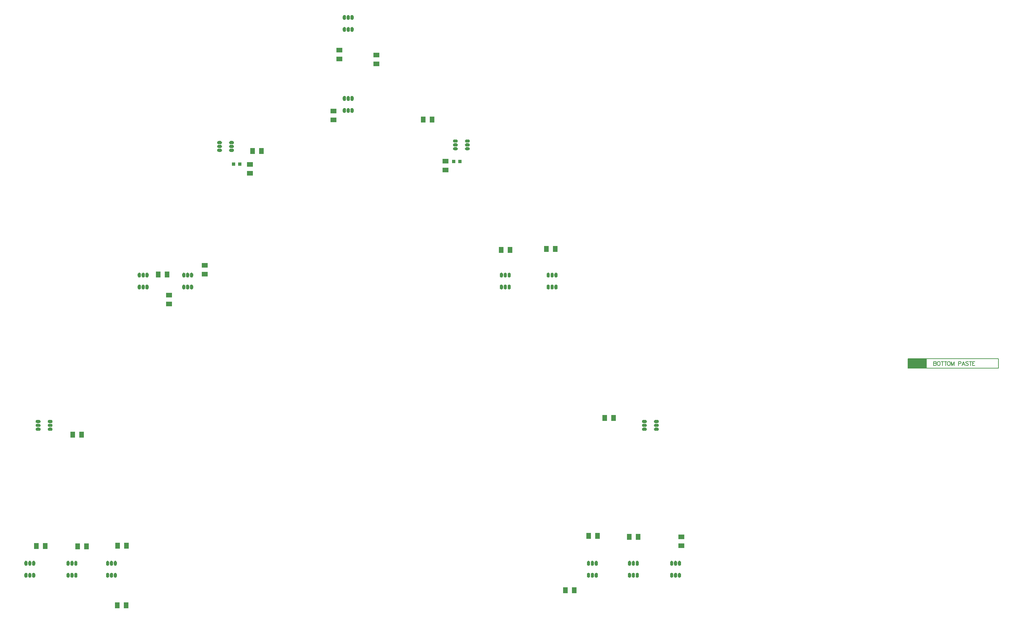
<source format=gbp>
G04 Layer_Color=128*
%FSLAX44Y44*%
%MOMM*%
G71*
G01*
G75*
%ADD10R,1.2700X1.5240*%
%ADD34R,1.5240X1.2700*%
%ADD44C,0.1270*%
%ADD54R,4.8260X2.4130*%
%ADD80R,0.8600X0.9100*%
G36*
X2342561Y1229518D02*
X2343884Y1228634D01*
X2344768Y1227311D01*
X2345078Y1225750D01*
Y1221250D01*
X2344768Y1219689D01*
X2343884Y1218366D01*
X2342561Y1217482D01*
X2341000Y1217172D01*
X2339439Y1217482D01*
X2338116Y1218366D01*
X2337232Y1219689D01*
X2336922Y1221250D01*
Y1225750D01*
X2337232Y1227311D01*
X2338116Y1228634D01*
X2339439Y1229518D01*
X2341000Y1229828D01*
X2342561Y1229518D01*
D02*
G37*
G36*
X2332561D02*
X2333884Y1228634D01*
X2334768Y1227311D01*
X2335078Y1225750D01*
Y1221250D01*
X2334768Y1219689D01*
X2333884Y1218366D01*
X2332561Y1217482D01*
X2331000Y1217172D01*
X2329439Y1217482D01*
X2328116Y1218366D01*
X2327232Y1219689D01*
X2326922Y1221250D01*
Y1225750D01*
X2327232Y1227311D01*
X2328116Y1228634D01*
X2329439Y1229518D01*
X2331000Y1229828D01*
X2332561Y1229518D01*
D02*
G37*
G36*
X2322561D02*
X2323884Y1228634D01*
X2324768Y1227311D01*
X2325078Y1225750D01*
Y1221250D01*
X2324768Y1219689D01*
X2323884Y1218366D01*
X2322561Y1217482D01*
X2321000Y1217172D01*
X2319439Y1217482D01*
X2318116Y1218366D01*
X2317232Y1219689D01*
X2316922Y1221250D01*
Y1225750D01*
X2317232Y1227311D01*
X2318116Y1228634D01*
X2319439Y1229518D01*
X2321000Y1229828D01*
X2322561Y1229518D01*
D02*
G37*
G36*
X673561Y1229518D02*
X674884Y1228634D01*
X675768Y1227311D01*
X676078Y1225750D01*
Y1221250D01*
X675768Y1219689D01*
X674884Y1218366D01*
X673561Y1217482D01*
X672000Y1217172D01*
X670439Y1217482D01*
X669116Y1218366D01*
X668232Y1219689D01*
X667922Y1221250D01*
Y1225750D01*
X668232Y1227311D01*
X669116Y1228634D01*
X670439Y1229518D01*
X672000Y1229828D01*
X673561Y1229518D01*
D02*
G37*
G36*
X663561D02*
X664884Y1228634D01*
X665768Y1227311D01*
X666078Y1225750D01*
Y1221250D01*
X665768Y1219689D01*
X664884Y1218366D01*
X663561Y1217482D01*
X662000Y1217172D01*
X660439Y1217482D01*
X659116Y1218366D01*
X658232Y1219689D01*
X657922Y1221250D01*
Y1225750D01*
X658232Y1227311D01*
X659116Y1228634D01*
X660439Y1229518D01*
X662000Y1229828D01*
X663561Y1229518D01*
D02*
G37*
G36*
X653561D02*
X654884Y1228634D01*
X655768Y1227311D01*
X656078Y1225750D01*
Y1221250D01*
X655768Y1219689D01*
X654884Y1218366D01*
X653561Y1217482D01*
X652000Y1217172D01*
X650439Y1217482D01*
X649116Y1218366D01*
X648232Y1219689D01*
X647922Y1221250D01*
Y1225750D01*
X648232Y1227311D01*
X649116Y1228634D01*
X650439Y1229518D01*
X652000Y1229828D01*
X653561Y1229518D01*
D02*
G37*
G36*
X2127561Y1229518D02*
X2128884Y1228634D01*
X2129768Y1227311D01*
X2130078Y1225750D01*
Y1221250D01*
X2129768Y1219689D01*
X2128884Y1218366D01*
X2127561Y1217482D01*
X2126000Y1217172D01*
X2124439Y1217482D01*
X2123116Y1218366D01*
X2122232Y1219689D01*
X2121922Y1221250D01*
Y1225750D01*
X2122232Y1227311D01*
X2123116Y1228634D01*
X2124439Y1229518D01*
X2126000Y1229828D01*
X2127561Y1229518D01*
D02*
G37*
G36*
X2117561D02*
X2118884Y1228634D01*
X2119768Y1227311D01*
X2120078Y1225750D01*
Y1221250D01*
X2119768Y1219689D01*
X2118884Y1218366D01*
X2117561Y1217482D01*
X2116000Y1217172D01*
X2114439Y1217482D01*
X2113116Y1218366D01*
X2112232Y1219689D01*
X2111922Y1221250D01*
Y1225750D01*
X2112232Y1227311D01*
X2113116Y1228634D01*
X2114439Y1229518D01*
X2116000Y1229828D01*
X2117561Y1229518D01*
D02*
G37*
G36*
X2107561D02*
X2108884Y1228634D01*
X2109768Y1227311D01*
X2110078Y1225750D01*
Y1221250D01*
X2109768Y1219689D01*
X2108884Y1218366D01*
X2107561Y1217482D01*
X2106000Y1217172D01*
X2104439Y1217482D01*
X2103116Y1218366D01*
X2102232Y1219689D01*
X2101922Y1221250D01*
Y1225750D01*
X2102232Y1227311D01*
X2103116Y1228634D01*
X2104439Y1229518D01*
X2106000Y1229828D01*
X2107561Y1229518D01*
D02*
G37*
G36*
X2233561D02*
X2234884Y1228634D01*
X2235768Y1227311D01*
X2236078Y1225750D01*
Y1221250D01*
X2235768Y1219689D01*
X2234884Y1218366D01*
X2233561Y1217482D01*
X2232000Y1217172D01*
X2230439Y1217482D01*
X2229116Y1218366D01*
X2228232Y1219689D01*
X2227922Y1221250D01*
Y1225750D01*
X2228232Y1227311D01*
X2229116Y1228634D01*
X2230439Y1229518D01*
X2232000Y1229828D01*
X2233561Y1229518D01*
D02*
G37*
G36*
X2223561D02*
X2224884Y1228634D01*
X2225768Y1227311D01*
X2226078Y1225750D01*
Y1221250D01*
X2225768Y1219689D01*
X2224884Y1218366D01*
X2223561Y1217482D01*
X2222000Y1217172D01*
X2220439Y1217482D01*
X2219116Y1218366D01*
X2218232Y1219689D01*
X2217922Y1221250D01*
Y1225750D01*
X2218232Y1227311D01*
X2219116Y1228634D01*
X2220439Y1229518D01*
X2222000Y1229828D01*
X2223561Y1229518D01*
D02*
G37*
G36*
X2213561D02*
X2214884Y1228634D01*
X2215768Y1227311D01*
X2216078Y1225750D01*
Y1221250D01*
X2215768Y1219689D01*
X2214884Y1218366D01*
X2213561Y1217482D01*
X2212000Y1217172D01*
X2210439Y1217482D01*
X2209116Y1218366D01*
X2208232Y1219689D01*
X2207922Y1221250D01*
Y1225750D01*
X2208232Y1227311D01*
X2209116Y1228634D01*
X2210439Y1229518D01*
X2212000Y1229828D01*
X2213561Y1229518D01*
D02*
G37*
G36*
X687311Y1593768D02*
X688634Y1592884D01*
X689518Y1591561D01*
X689828Y1590000D01*
X689518Y1588439D01*
X688634Y1587116D01*
X687311Y1586232D01*
X685750Y1585922D01*
X681250D01*
X679689Y1586232D01*
X678366Y1587116D01*
X677482Y1588439D01*
X677172Y1590000D01*
X677482Y1591561D01*
X678366Y1592884D01*
X679689Y1593768D01*
X681250Y1594078D01*
X685750D01*
X687311Y1593768D01*
D02*
G37*
G36*
X2285311Y1583768D02*
X2286634Y1582884D01*
X2287518Y1581561D01*
X2287828Y1580000D01*
X2287518Y1578439D01*
X2286634Y1577116D01*
X2285311Y1576232D01*
X2283750Y1575922D01*
X2279250D01*
X2277689Y1576232D01*
X2276366Y1577116D01*
X2275482Y1578439D01*
X2275172Y1580000D01*
X2275482Y1581561D01*
X2276366Y1582884D01*
X2277689Y1583768D01*
X2279250Y1584078D01*
X2283750D01*
X2285311Y1583768D01*
D02*
G37*
G36*
X2254311D02*
X2255634Y1582884D01*
X2256518Y1581561D01*
X2256828Y1580000D01*
X2256518Y1578439D01*
X2255634Y1577116D01*
X2254311Y1576232D01*
X2252750Y1575922D01*
X2248250D01*
X2246689Y1576232D01*
X2245366Y1577116D01*
X2244482Y1578439D01*
X2244172Y1580000D01*
X2244482Y1581561D01*
X2245366Y1582884D01*
X2246689Y1583768D01*
X2248250Y1584078D01*
X2252750D01*
X2254311Y1583768D01*
D02*
G37*
G36*
X2285311Y1593768D02*
X2286634Y1592884D01*
X2287518Y1591561D01*
X2287828Y1590000D01*
X2287518Y1588439D01*
X2286634Y1587116D01*
X2285311Y1586232D01*
X2283750Y1585922D01*
X2279250D01*
X2277689Y1586232D01*
X2276366Y1587116D01*
X2275482Y1588439D01*
X2275172Y1590000D01*
X2275482Y1591561D01*
X2276366Y1592884D01*
X2277689Y1593768D01*
X2279250Y1594078D01*
X2283750D01*
X2285311Y1593768D01*
D02*
G37*
G36*
X2254311D02*
X2255634Y1592884D01*
X2256518Y1591561D01*
X2256828Y1590000D01*
X2256518Y1588439D01*
X2255634Y1587116D01*
X2254311Y1586232D01*
X2252750Y1585922D01*
X2248250D01*
X2246689Y1586232D01*
X2245366Y1587116D01*
X2244482Y1588439D01*
X2244172Y1590000D01*
X2244482Y1591561D01*
X2245366Y1592884D01*
X2246689Y1593768D01*
X2248250Y1594078D01*
X2252750D01*
X2254311Y1593768D01*
D02*
G37*
G36*
X718311Y1593768D02*
X719634Y1592884D01*
X720518Y1591561D01*
X720828Y1590000D01*
X720518Y1588439D01*
X719634Y1587116D01*
X718311Y1586232D01*
X716750Y1585922D01*
X712250D01*
X710689Y1586232D01*
X709366Y1587116D01*
X708482Y1588439D01*
X708172Y1590000D01*
X708482Y1591561D01*
X709366Y1592884D01*
X710689Y1593768D01*
X712250Y1594078D01*
X716750D01*
X718311Y1593768D01*
D02*
G37*
G36*
X2254311Y1573768D02*
X2255634Y1572884D01*
X2256518Y1571561D01*
X2256828Y1570000D01*
X2256518Y1568439D01*
X2255634Y1567116D01*
X2254311Y1566232D01*
X2252750Y1565922D01*
X2248250D01*
X2246689Y1566232D01*
X2245366Y1567116D01*
X2244482Y1568439D01*
X2244172Y1570000D01*
X2244482Y1571561D01*
X2245366Y1572884D01*
X2246689Y1573768D01*
X2248250Y1574078D01*
X2252750D01*
X2254311Y1573768D01*
D02*
G37*
G36*
X718311Y1573768D02*
X719634Y1572884D01*
X720518Y1571561D01*
X720828Y1570000D01*
X720518Y1568439D01*
X719634Y1567116D01*
X718311Y1566232D01*
X716750Y1565922D01*
X712250D01*
X710689Y1566232D01*
X709366Y1567116D01*
X708482Y1568439D01*
X708172Y1570000D01*
X708482Y1571561D01*
X709366Y1572884D01*
X710689Y1573768D01*
X712250Y1574078D01*
X716750D01*
X718311Y1573768D01*
D02*
G37*
G36*
X687311D02*
X688634Y1572884D01*
X689518Y1571561D01*
X689828Y1570000D01*
X689518Y1568439D01*
X688634Y1567116D01*
X687311Y1566232D01*
X685750Y1565922D01*
X681250D01*
X679689Y1566232D01*
X678366Y1567116D01*
X677482Y1568439D01*
X677172Y1570000D01*
X677482Y1571561D01*
X678366Y1572884D01*
X679689Y1573768D01*
X681250Y1574078D01*
X685750D01*
X687311Y1573768D01*
D02*
G37*
G36*
X718311Y1583768D02*
X719634Y1582884D01*
X720518Y1581561D01*
X720828Y1580000D01*
X720518Y1578439D01*
X719634Y1577116D01*
X718311Y1576232D01*
X716750Y1575922D01*
X712250D01*
X710689Y1576232D01*
X709366Y1577116D01*
X708482Y1578439D01*
X708172Y1580000D01*
X708482Y1581561D01*
X709366Y1582884D01*
X710689Y1583768D01*
X712250Y1584078D01*
X716750D01*
X718311Y1583768D01*
D02*
G37*
G36*
X687311D02*
X688634Y1582884D01*
X689518Y1581561D01*
X689828Y1580000D01*
X689518Y1578439D01*
X688634Y1577116D01*
X687311Y1576232D01*
X685750Y1575922D01*
X681250D01*
X679689Y1576232D01*
X678366Y1577116D01*
X677482Y1578439D01*
X677172Y1580000D01*
X677482Y1581561D01*
X678366Y1582884D01*
X679689Y1583768D01*
X681250Y1584078D01*
X685750D01*
X687311Y1583768D01*
D02*
G37*
G36*
X2285311Y1573768D02*
X2286634Y1572884D01*
X2287518Y1571561D01*
X2287828Y1570000D01*
X2287518Y1568439D01*
X2286634Y1567116D01*
X2285311Y1566232D01*
X2283750Y1565922D01*
X2279250D01*
X2277689Y1566232D01*
X2276366Y1567116D01*
X2275482Y1568439D01*
X2275172Y1570000D01*
X2275482Y1571561D01*
X2276366Y1572884D01*
X2277689Y1573768D01*
X2279250Y1574078D01*
X2283750D01*
X2285311Y1573768D01*
D02*
G37*
G36*
X2127561Y1198518D02*
X2128884Y1197634D01*
X2129768Y1196311D01*
X2130078Y1194750D01*
Y1190250D01*
X2129768Y1188689D01*
X2128884Y1187366D01*
X2127561Y1186482D01*
X2126000Y1186172D01*
X2124439Y1186482D01*
X2123116Y1187366D01*
X2122232Y1188689D01*
X2121922Y1190250D01*
Y1194750D01*
X2122232Y1196311D01*
X2123116Y1197634D01*
X2124439Y1198518D01*
X2126000Y1198828D01*
X2127561Y1198518D01*
D02*
G37*
G36*
X2117561D02*
X2118884Y1197634D01*
X2119768Y1196311D01*
X2120078Y1194750D01*
Y1190250D01*
X2119768Y1188689D01*
X2118884Y1187366D01*
X2117561Y1186482D01*
X2116000Y1186172D01*
X2114439Y1186482D01*
X2113116Y1187366D01*
X2112232Y1188689D01*
X2111922Y1190250D01*
Y1194750D01*
X2112232Y1196311D01*
X2113116Y1197634D01*
X2114439Y1198518D01*
X2116000Y1198828D01*
X2117561Y1198518D01*
D02*
G37*
G36*
X2107561D02*
X2108884Y1197634D01*
X2109768Y1196311D01*
X2110078Y1194750D01*
Y1190250D01*
X2109768Y1188689D01*
X2108884Y1187366D01*
X2107561Y1186482D01*
X2106000Y1186172D01*
X2104439Y1186482D01*
X2103116Y1187366D01*
X2102232Y1188689D01*
X2101922Y1190250D01*
Y1194750D01*
X2102232Y1196311D01*
X2103116Y1197634D01*
X2104439Y1198518D01*
X2106000Y1198828D01*
X2107561Y1198518D01*
D02*
G37*
G36*
X2233561D02*
X2234884Y1197634D01*
X2235768Y1196311D01*
X2236078Y1194750D01*
Y1190250D01*
X2235768Y1188689D01*
X2234884Y1187366D01*
X2233561Y1186482D01*
X2232000Y1186172D01*
X2230439Y1186482D01*
X2229116Y1187366D01*
X2228232Y1188689D01*
X2227922Y1190250D01*
Y1194750D01*
X2228232Y1196311D01*
X2229116Y1197634D01*
X2230439Y1198518D01*
X2232000Y1198828D01*
X2233561Y1198518D01*
D02*
G37*
G36*
X2223561D02*
X2224884Y1197634D01*
X2225768Y1196311D01*
X2226078Y1194750D01*
Y1190250D01*
X2225768Y1188689D01*
X2224884Y1187366D01*
X2223561Y1186482D01*
X2222000Y1186172D01*
X2220439Y1186482D01*
X2219116Y1187366D01*
X2218232Y1188689D01*
X2217922Y1190250D01*
Y1194750D01*
X2218232Y1196311D01*
X2219116Y1197634D01*
X2220439Y1198518D01*
X2222000Y1198828D01*
X2223561Y1198518D01*
D02*
G37*
G36*
X2213561D02*
X2214884Y1197634D01*
X2215768Y1196311D01*
X2216078Y1194750D01*
Y1190250D01*
X2215768Y1188689D01*
X2214884Y1187366D01*
X2213561Y1186482D01*
X2212000Y1186172D01*
X2210439Y1186482D01*
X2209116Y1187366D01*
X2208232Y1188689D01*
X2207922Y1190250D01*
Y1194750D01*
X2208232Y1196311D01*
X2209116Y1197634D01*
X2210439Y1198518D01*
X2212000Y1198828D01*
X2213561Y1198518D01*
D02*
G37*
G36*
X782561D02*
X783884Y1197634D01*
X784768Y1196311D01*
X785078Y1194750D01*
Y1190250D01*
X784768Y1188689D01*
X783884Y1187366D01*
X782561Y1186482D01*
X781000Y1186172D01*
X779439Y1186482D01*
X778116Y1187366D01*
X777232Y1188689D01*
X776922Y1190250D01*
Y1194750D01*
X777232Y1196311D01*
X778116Y1197634D01*
X779439Y1198518D01*
X781000Y1198828D01*
X782561Y1198518D01*
D02*
G37*
G36*
X772561D02*
X773884Y1197634D01*
X774768Y1196311D01*
X775078Y1194750D01*
Y1190250D01*
X774768Y1188689D01*
X773884Y1187366D01*
X772561Y1186482D01*
X771000Y1186172D01*
X769439Y1186482D01*
X768116Y1187366D01*
X767232Y1188689D01*
X766922Y1190250D01*
Y1194750D01*
X767232Y1196311D01*
X768116Y1197634D01*
X769439Y1198518D01*
X771000Y1198828D01*
X772561Y1198518D01*
D02*
G37*
G36*
X762561D02*
X763884Y1197634D01*
X764768Y1196311D01*
X765078Y1194750D01*
Y1190250D01*
X764768Y1188689D01*
X763884Y1187366D01*
X762561Y1186482D01*
X761000Y1186172D01*
X759439Y1186482D01*
X758116Y1187366D01*
X757232Y1188689D01*
X756922Y1190250D01*
Y1194750D01*
X757232Y1196311D01*
X758116Y1197634D01*
X759439Y1198518D01*
X761000Y1198828D01*
X762561Y1198518D01*
D02*
G37*
G36*
X884561D02*
X885884Y1197634D01*
X886768Y1196311D01*
X887078Y1194750D01*
Y1190250D01*
X886768Y1188689D01*
X885884Y1187366D01*
X884561Y1186482D01*
X883000Y1186172D01*
X881439Y1186482D01*
X880116Y1187366D01*
X879232Y1188689D01*
X878922Y1190250D01*
Y1194750D01*
X879232Y1196311D01*
X880116Y1197634D01*
X881439Y1198518D01*
X883000Y1198828D01*
X884561Y1198518D01*
D02*
G37*
G36*
X874561D02*
X875884Y1197634D01*
X876768Y1196311D01*
X877078Y1194750D01*
Y1190250D01*
X876768Y1188689D01*
X875884Y1187366D01*
X874561Y1186482D01*
X873000Y1186172D01*
X871439Y1186482D01*
X870116Y1187366D01*
X869232Y1188689D01*
X868922Y1190250D01*
Y1194750D01*
X869232Y1196311D01*
X870116Y1197634D01*
X871439Y1198518D01*
X873000Y1198828D01*
X874561Y1198518D01*
D02*
G37*
G36*
X864561D02*
X865884Y1197634D01*
X866768Y1196311D01*
X867078Y1194750D01*
Y1190250D01*
X866768Y1188689D01*
X865884Y1187366D01*
X864561Y1186482D01*
X863000Y1186172D01*
X861439Y1186482D01*
X860116Y1187366D01*
X859232Y1188689D01*
X858922Y1190250D01*
Y1194750D01*
X859232Y1196311D01*
X860116Y1197634D01*
X861439Y1198518D01*
X863000Y1198828D01*
X864561Y1198518D01*
D02*
G37*
G36*
X782561Y1229518D02*
X783884Y1228634D01*
X784768Y1227311D01*
X785078Y1225750D01*
Y1221250D01*
X784768Y1219689D01*
X783884Y1218366D01*
X782561Y1217482D01*
X781000Y1217172D01*
X779439Y1217482D01*
X778116Y1218366D01*
X777232Y1219689D01*
X776922Y1221250D01*
Y1225750D01*
X777232Y1227311D01*
X778116Y1228634D01*
X779439Y1229518D01*
X781000Y1229828D01*
X782561Y1229518D01*
D02*
G37*
G36*
X772561D02*
X773884Y1228634D01*
X774768Y1227311D01*
X775078Y1225750D01*
Y1221250D01*
X774768Y1219689D01*
X773884Y1218366D01*
X772561Y1217482D01*
X771000Y1217172D01*
X769439Y1217482D01*
X768116Y1218366D01*
X767232Y1219689D01*
X766922Y1221250D01*
Y1225750D01*
X767232Y1227311D01*
X768116Y1228634D01*
X769439Y1229518D01*
X771000Y1229828D01*
X772561Y1229518D01*
D02*
G37*
G36*
X762561D02*
X763884Y1228634D01*
X764768Y1227311D01*
X765078Y1225750D01*
Y1221250D01*
X764768Y1219689D01*
X763884Y1218366D01*
X762561Y1217482D01*
X761000Y1217172D01*
X759439Y1217482D01*
X758116Y1218366D01*
X757232Y1219689D01*
X756922Y1221250D01*
Y1225750D01*
X757232Y1227311D01*
X758116Y1228634D01*
X759439Y1229518D01*
X761000Y1229828D01*
X762561Y1229518D01*
D02*
G37*
G36*
X884561D02*
X885884Y1228634D01*
X886768Y1227311D01*
X887078Y1225750D01*
Y1221250D01*
X886768Y1219689D01*
X885884Y1218366D01*
X884561Y1217482D01*
X883000Y1217172D01*
X881439Y1217482D01*
X880116Y1218366D01*
X879232Y1219689D01*
X878922Y1221250D01*
Y1225750D01*
X879232Y1227311D01*
X880116Y1228634D01*
X881439Y1229518D01*
X883000Y1229828D01*
X884561Y1229518D01*
D02*
G37*
G36*
X874561D02*
X875884Y1228634D01*
X876768Y1227311D01*
X877078Y1225750D01*
Y1221250D01*
X876768Y1219689D01*
X875884Y1218366D01*
X874561Y1217482D01*
X873000Y1217172D01*
X871439Y1217482D01*
X870116Y1218366D01*
X869232Y1219689D01*
X868922Y1221250D01*
Y1225750D01*
X869232Y1227311D01*
X870116Y1228634D01*
X871439Y1229518D01*
X873000Y1229828D01*
X874561Y1229518D01*
D02*
G37*
G36*
X864561D02*
X865884Y1228634D01*
X866768Y1227311D01*
X867078Y1225750D01*
Y1221250D01*
X866768Y1219689D01*
X865884Y1218366D01*
X864561Y1217482D01*
X863000Y1217172D01*
X861439Y1217482D01*
X860116Y1218366D01*
X859232Y1219689D01*
X858922Y1221250D01*
Y1225750D01*
X859232Y1227311D01*
X860116Y1228634D01*
X861439Y1229518D01*
X863000Y1229828D01*
X864561Y1229518D01*
D02*
G37*
G36*
X2342561Y1198518D02*
X2343884Y1197634D01*
X2344768Y1196311D01*
X2345078Y1194750D01*
Y1190250D01*
X2344768Y1188689D01*
X2343884Y1187366D01*
X2342561Y1186482D01*
X2341000Y1186172D01*
X2339439Y1186482D01*
X2338116Y1187366D01*
X2337232Y1188689D01*
X2336922Y1190250D01*
Y1194750D01*
X2337232Y1196311D01*
X2338116Y1197634D01*
X2339439Y1198518D01*
X2341000Y1198828D01*
X2342561Y1198518D01*
D02*
G37*
G36*
X2332561D02*
X2333884Y1197634D01*
X2334768Y1196311D01*
X2335078Y1194750D01*
Y1190250D01*
X2334768Y1188689D01*
X2333884Y1187366D01*
X2332561Y1186482D01*
X2331000Y1186172D01*
X2329439Y1186482D01*
X2328116Y1187366D01*
X2327232Y1188689D01*
X2326922Y1190250D01*
Y1194750D01*
X2327232Y1196311D01*
X2328116Y1197634D01*
X2329439Y1198518D01*
X2331000Y1198828D01*
X2332561Y1198518D01*
D02*
G37*
G36*
X2322561D02*
X2323884Y1197634D01*
X2324768Y1196311D01*
X2325078Y1194750D01*
Y1190250D01*
X2324768Y1188689D01*
X2323884Y1187366D01*
X2322561Y1186482D01*
X2321000Y1186172D01*
X2319439Y1186482D01*
X2318116Y1187366D01*
X2317232Y1188689D01*
X2316922Y1190250D01*
Y1194750D01*
X2317232Y1196311D01*
X2318116Y1197634D01*
X2319439Y1198518D01*
X2321000Y1198828D01*
X2322561Y1198518D01*
D02*
G37*
G36*
X673561Y1198518D02*
X674884Y1197634D01*
X675768Y1196311D01*
X676078Y1194750D01*
Y1190250D01*
X675768Y1188689D01*
X674884Y1187366D01*
X673561Y1186482D01*
X672000Y1186172D01*
X670439Y1186482D01*
X669116Y1187366D01*
X668232Y1188689D01*
X667922Y1190250D01*
Y1194750D01*
X668232Y1196311D01*
X669116Y1197634D01*
X670439Y1198518D01*
X672000Y1198828D01*
X673561Y1198518D01*
D02*
G37*
G36*
X663561D02*
X664884Y1197634D01*
X665768Y1196311D01*
X666078Y1194750D01*
Y1190250D01*
X665768Y1188689D01*
X664884Y1187366D01*
X663561Y1186482D01*
X662000Y1186172D01*
X660439Y1186482D01*
X659116Y1187366D01*
X658232Y1188689D01*
X657922Y1190250D01*
Y1194750D01*
X658232Y1196311D01*
X659116Y1197634D01*
X660439Y1198518D01*
X662000Y1198828D01*
X663561Y1198518D01*
D02*
G37*
G36*
X653561D02*
X654884Y1197634D01*
X655768Y1196311D01*
X656078Y1194750D01*
Y1190250D01*
X655768Y1188689D01*
X654884Y1187366D01*
X653561Y1186482D01*
X652000Y1186172D01*
X650439Y1186482D01*
X649116Y1187366D01*
X648232Y1188689D01*
X647922Y1190250D01*
Y1194750D01*
X648232Y1196311D01*
X649116Y1197634D01*
X650439Y1198518D01*
X652000Y1198828D01*
X653561Y1198518D01*
D02*
G37*
G36*
X1156311Y2314768D02*
X1157634Y2313884D01*
X1158518Y2312561D01*
X1158828Y2311000D01*
X1158518Y2309439D01*
X1157634Y2308116D01*
X1156311Y2307232D01*
X1154750Y2306922D01*
X1150250D01*
X1148689Y2307232D01*
X1147366Y2308116D01*
X1146482Y2309439D01*
X1146172Y2311000D01*
X1146482Y2312561D01*
X1147366Y2313884D01*
X1148689Y2314768D01*
X1150250Y2315078D01*
X1154750D01*
X1156311Y2314768D01*
D02*
G37*
G36*
X1796811Y2308768D02*
X1798134Y2307884D01*
X1799018Y2306561D01*
X1799328Y2305000D01*
X1799018Y2303439D01*
X1798134Y2302116D01*
X1796811Y2301232D01*
X1795250Y2300922D01*
X1790750D01*
X1789189Y2301232D01*
X1787866Y2302116D01*
X1786982Y2303439D01*
X1786672Y2305000D01*
X1786982Y2306561D01*
X1787866Y2307884D01*
X1789189Y2308768D01*
X1790750Y2309078D01*
X1795250D01*
X1796811Y2308768D01*
D02*
G37*
G36*
X1765811D02*
X1767134Y2307884D01*
X1768018Y2306561D01*
X1768328Y2305000D01*
X1768018Y2303439D01*
X1767134Y2302116D01*
X1765811Y2301232D01*
X1764250Y2300922D01*
X1759750D01*
X1758189Y2301232D01*
X1756866Y2302116D01*
X1755982Y2303439D01*
X1755672Y2305000D01*
X1755982Y2306561D01*
X1756866Y2307884D01*
X1758189Y2308768D01*
X1759750Y2309078D01*
X1764250D01*
X1765811Y2308768D01*
D02*
G37*
G36*
X1796811Y2318768D02*
X1798134Y2317884D01*
X1799018Y2316561D01*
X1799328Y2315000D01*
X1799018Y2313439D01*
X1798134Y2312116D01*
X1796811Y2311232D01*
X1795250Y2310922D01*
X1790750D01*
X1789189Y2311232D01*
X1787866Y2312116D01*
X1786982Y2313439D01*
X1786672Y2315000D01*
X1786982Y2316561D01*
X1787866Y2317884D01*
X1789189Y2318768D01*
X1790750Y2319078D01*
X1795250D01*
X1796811Y2318768D01*
D02*
G37*
G36*
X1765811D02*
X1767134Y2317884D01*
X1768018Y2316561D01*
X1768328Y2315000D01*
X1768018Y2313439D01*
X1767134Y2312116D01*
X1765811Y2311232D01*
X1764250Y2310922D01*
X1759750D01*
X1758189Y2311232D01*
X1756866Y2312116D01*
X1755982Y2313439D01*
X1755672Y2315000D01*
X1755982Y2316561D01*
X1756866Y2317884D01*
X1758189Y2318768D01*
X1759750Y2319078D01*
X1764250D01*
X1765811Y2318768D01*
D02*
G37*
G36*
X1187311Y2314768D02*
X1188634Y2313884D01*
X1189518Y2312561D01*
X1189828Y2311000D01*
X1189518Y2309439D01*
X1188634Y2308116D01*
X1187311Y2307232D01*
X1185750Y2306922D01*
X1181250D01*
X1179689Y2307232D01*
X1178366Y2308116D01*
X1177482Y2309439D01*
X1177172Y2311000D01*
X1177482Y2312561D01*
X1178366Y2313884D01*
X1179689Y2314768D01*
X1181250Y2315078D01*
X1185750D01*
X1187311Y2314768D01*
D02*
G37*
G36*
X1765811Y2298768D02*
X1767134Y2297884D01*
X1768018Y2296561D01*
X1768328Y2295000D01*
X1768018Y2293439D01*
X1767134Y2292116D01*
X1765811Y2291232D01*
X1764250Y2290922D01*
X1759750D01*
X1758189Y2291232D01*
X1756866Y2292116D01*
X1755982Y2293439D01*
X1755672Y2295000D01*
X1755982Y2296561D01*
X1756866Y2297884D01*
X1758189Y2298768D01*
X1759750Y2299078D01*
X1764250D01*
X1765811Y2298768D01*
D02*
G37*
G36*
X1187311Y2294768D02*
X1188634Y2293884D01*
X1189518Y2292561D01*
X1189828Y2291000D01*
X1189518Y2289439D01*
X1188634Y2288116D01*
X1187311Y2287232D01*
X1185750Y2286922D01*
X1181250D01*
X1179689Y2287232D01*
X1178366Y2288116D01*
X1177482Y2289439D01*
X1177172Y2291000D01*
X1177482Y2292561D01*
X1178366Y2293884D01*
X1179689Y2294768D01*
X1181250Y2295078D01*
X1185750D01*
X1187311Y2294768D01*
D02*
G37*
G36*
X1156311D02*
X1157634Y2293884D01*
X1158518Y2292561D01*
X1158828Y2291000D01*
X1158518Y2289439D01*
X1157634Y2288116D01*
X1156311Y2287232D01*
X1154750Y2286922D01*
X1150250D01*
X1148689Y2287232D01*
X1147366Y2288116D01*
X1146482Y2289439D01*
X1146172Y2291000D01*
X1146482Y2292561D01*
X1147366Y2293884D01*
X1148689Y2294768D01*
X1150250Y2295078D01*
X1154750D01*
X1156311Y2294768D01*
D02*
G37*
G36*
X1187311Y2304768D02*
X1188634Y2303884D01*
X1189518Y2302561D01*
X1189828Y2301000D01*
X1189518Y2299439D01*
X1188634Y2298116D01*
X1187311Y2297232D01*
X1185750Y2296922D01*
X1181250D01*
X1179689Y2297232D01*
X1178366Y2298116D01*
X1177482Y2299439D01*
X1177172Y2301000D01*
X1177482Y2302561D01*
X1178366Y2303884D01*
X1179689Y2304768D01*
X1181250Y2305078D01*
X1185750D01*
X1187311Y2304768D01*
D02*
G37*
G36*
X1156311D02*
X1157634Y2303884D01*
X1158518Y2302561D01*
X1158828Y2301000D01*
X1158518Y2299439D01*
X1157634Y2298116D01*
X1156311Y2297232D01*
X1154750Y2296922D01*
X1150250D01*
X1148689Y2297232D01*
X1147366Y2298116D01*
X1146482Y2299439D01*
X1146172Y2301000D01*
X1146482Y2302561D01*
X1147366Y2303884D01*
X1148689Y2304768D01*
X1150250Y2305078D01*
X1154750D01*
X1156311Y2304768D01*
D02*
G37*
G36*
X1796811Y2298768D02*
X1798134Y2297884D01*
X1799018Y2296561D01*
X1799328Y2295000D01*
X1799018Y2293439D01*
X1798134Y2292116D01*
X1796811Y2291232D01*
X1795250Y2290922D01*
X1790750D01*
X1789189Y2291232D01*
X1787866Y2292116D01*
X1786982Y2293439D01*
X1786672Y2295000D01*
X1786982Y2296561D01*
X1787866Y2297884D01*
X1789189Y2298768D01*
X1790750Y2299078D01*
X1795250D01*
X1796811Y2298768D01*
D02*
G37*
G36*
X1496561Y2609518D02*
X1497884Y2608634D01*
X1498768Y2607311D01*
X1499078Y2605750D01*
Y2601250D01*
X1498768Y2599689D01*
X1497884Y2598366D01*
X1496561Y2597482D01*
X1495000Y2597172D01*
X1493439Y2597482D01*
X1492116Y2598366D01*
X1491232Y2599689D01*
X1490922Y2601250D01*
Y2605750D01*
X1491232Y2607311D01*
X1492116Y2608634D01*
X1493439Y2609518D01*
X1495000Y2609828D01*
X1496561Y2609518D01*
D02*
G37*
G36*
X1486561D02*
X1487884Y2608634D01*
X1488768Y2607311D01*
X1489078Y2605750D01*
Y2601250D01*
X1488768Y2599689D01*
X1487884Y2598366D01*
X1486561Y2597482D01*
X1485000Y2597172D01*
X1483439Y2597482D01*
X1482116Y2598366D01*
X1481232Y2599689D01*
X1480922Y2601250D01*
Y2605750D01*
X1481232Y2607311D01*
X1482116Y2608634D01*
X1483439Y2609518D01*
X1485000Y2609828D01*
X1486561Y2609518D01*
D02*
G37*
G36*
X1476561D02*
X1477884Y2608634D01*
X1478768Y2607311D01*
X1479078Y2605750D01*
Y2601250D01*
X1478768Y2599689D01*
X1477884Y2598366D01*
X1476561Y2597482D01*
X1475000Y2597172D01*
X1473439Y2597482D01*
X1472116Y2598366D01*
X1471232Y2599689D01*
X1470922Y2601250D01*
Y2605750D01*
X1471232Y2607311D01*
X1472116Y2608634D01*
X1473439Y2609518D01*
X1475000Y2609828D01*
X1476561Y2609518D01*
D02*
G37*
G36*
X1496561Y2640518D02*
X1497884Y2639634D01*
X1498768Y2638311D01*
X1499078Y2636750D01*
Y2632250D01*
X1498768Y2630689D01*
X1497884Y2629366D01*
X1496561Y2628482D01*
X1495000Y2628172D01*
X1493439Y2628482D01*
X1492116Y2629366D01*
X1491232Y2630689D01*
X1490922Y2632250D01*
Y2636750D01*
X1491232Y2638311D01*
X1492116Y2639634D01*
X1493439Y2640518D01*
X1495000Y2640829D01*
X1496561Y2640518D01*
D02*
G37*
G36*
X1486561D02*
X1487884Y2639634D01*
X1488768Y2638311D01*
X1489078Y2636750D01*
Y2632250D01*
X1488768Y2630689D01*
X1487884Y2629366D01*
X1486561Y2628482D01*
X1485000Y2628172D01*
X1483439Y2628482D01*
X1482116Y2629366D01*
X1481232Y2630689D01*
X1480922Y2632250D01*
Y2636750D01*
X1481232Y2638311D01*
X1482116Y2639634D01*
X1483439Y2640518D01*
X1485000Y2640829D01*
X1486561Y2640518D01*
D02*
G37*
G36*
X1476561D02*
X1477884Y2639634D01*
X1478768Y2638311D01*
X1479078Y2636750D01*
Y2632250D01*
X1478768Y2630689D01*
X1477884Y2629366D01*
X1476561Y2628482D01*
X1475000Y2628172D01*
X1473439Y2628482D01*
X1472116Y2629366D01*
X1471232Y2630689D01*
X1470922Y2632250D01*
Y2636750D01*
X1471232Y2638311D01*
X1472116Y2639634D01*
X1473439Y2640518D01*
X1475000Y2640829D01*
X1476561Y2640518D01*
D02*
G37*
G36*
X1496561Y2400018D02*
X1497884Y2399134D01*
X1498768Y2397811D01*
X1499078Y2396250D01*
Y2391750D01*
X1498768Y2390189D01*
X1497884Y2388866D01*
X1496561Y2387982D01*
X1495000Y2387672D01*
X1493439Y2387982D01*
X1492116Y2388866D01*
X1491232Y2390189D01*
X1490922Y2391750D01*
Y2396250D01*
X1491232Y2397811D01*
X1492116Y2399134D01*
X1493439Y2400018D01*
X1495000Y2400328D01*
X1496561Y2400018D01*
D02*
G37*
G36*
X1486561D02*
X1487884Y2399134D01*
X1488768Y2397811D01*
X1489078Y2396250D01*
Y2391750D01*
X1488768Y2390189D01*
X1487884Y2388866D01*
X1486561Y2387982D01*
X1485000Y2387672D01*
X1483439Y2387982D01*
X1482116Y2388866D01*
X1481232Y2390189D01*
X1480922Y2391750D01*
Y2396250D01*
X1481232Y2397811D01*
X1482116Y2399134D01*
X1483439Y2400018D01*
X1485000Y2400328D01*
X1486561Y2400018D01*
D02*
G37*
G36*
X1476561D02*
X1477884Y2399134D01*
X1478768Y2397811D01*
X1479078Y2396250D01*
Y2391750D01*
X1478768Y2390189D01*
X1477884Y2388866D01*
X1476561Y2387982D01*
X1475000Y2387672D01*
X1473439Y2387982D01*
X1472116Y2388866D01*
X1471232Y2390189D01*
X1470922Y2391750D01*
Y2396250D01*
X1471232Y2397811D01*
X1472116Y2399134D01*
X1473439Y2400018D01*
X1475000Y2400328D01*
X1476561Y2400018D01*
D02*
G37*
G36*
X1496561Y2431018D02*
X1497884Y2430134D01*
X1498768Y2428811D01*
X1499078Y2427250D01*
Y2422750D01*
X1498768Y2421189D01*
X1497884Y2419866D01*
X1496561Y2418982D01*
X1495000Y2418672D01*
X1493439Y2418982D01*
X1492116Y2419866D01*
X1491232Y2421189D01*
X1490922Y2422750D01*
Y2427250D01*
X1491232Y2428811D01*
X1492116Y2430134D01*
X1493439Y2431018D01*
X1495000Y2431328D01*
X1496561Y2431018D01*
D02*
G37*
G36*
X1486561D02*
X1487884Y2430134D01*
X1488768Y2428811D01*
X1489078Y2427250D01*
Y2422750D01*
X1488768Y2421189D01*
X1487884Y2419866D01*
X1486561Y2418982D01*
X1485000Y2418672D01*
X1483439Y2418982D01*
X1482116Y2419866D01*
X1481232Y2421189D01*
X1480922Y2422750D01*
Y2427250D01*
X1481232Y2428811D01*
X1482116Y2430134D01*
X1483439Y2431018D01*
X1485000Y2431328D01*
X1486561Y2431018D01*
D02*
G37*
G36*
X1476561D02*
X1477884Y2430134D01*
X1478768Y2428811D01*
X1479078Y2427250D01*
Y2422750D01*
X1478768Y2421189D01*
X1477884Y2419866D01*
X1476561Y2418982D01*
X1475000Y2418672D01*
X1473439Y2418982D01*
X1472116Y2419866D01*
X1471232Y2421189D01*
X1470922Y2422750D01*
Y2427250D01*
X1471232Y2428811D01*
X1472116Y2430134D01*
X1473439Y2431018D01*
X1475000Y2431328D01*
X1476561Y2431018D01*
D02*
G37*
G36*
X1902561Y1943518D02*
X1903884Y1942634D01*
X1904768Y1941311D01*
X1905078Y1939750D01*
Y1935250D01*
X1904768Y1933689D01*
X1903884Y1932366D01*
X1902561Y1931482D01*
X1901000Y1931172D01*
X1899439Y1931482D01*
X1898116Y1932366D01*
X1897232Y1933689D01*
X1896922Y1935250D01*
Y1939750D01*
X1897232Y1941311D01*
X1898116Y1942634D01*
X1899439Y1943518D01*
X1901000Y1943828D01*
X1902561Y1943518D01*
D02*
G37*
G36*
X1892561D02*
X1893884Y1942634D01*
X1894768Y1941311D01*
X1895078Y1939750D01*
Y1935250D01*
X1894768Y1933689D01*
X1893884Y1932366D01*
X1892561Y1931482D01*
X1891000Y1931172D01*
X1889439Y1931482D01*
X1888116Y1932366D01*
X1887232Y1933689D01*
X1886922Y1935250D01*
Y1939750D01*
X1887232Y1941311D01*
X1888116Y1942634D01*
X1889439Y1943518D01*
X1891000Y1943828D01*
X1892561Y1943518D01*
D02*
G37*
G36*
X1882561D02*
X1883884Y1942634D01*
X1884768Y1941311D01*
X1885078Y1939750D01*
Y1935250D01*
X1884768Y1933689D01*
X1883884Y1932366D01*
X1882561Y1931482D01*
X1881000Y1931172D01*
X1879439Y1931482D01*
X1878116Y1932366D01*
X1877232Y1933689D01*
X1876922Y1935250D01*
Y1939750D01*
X1877232Y1941311D01*
X1878116Y1942634D01*
X1879439Y1943518D01*
X1881000Y1943828D01*
X1882561Y1943518D01*
D02*
G37*
G36*
X2023561Y1943518D02*
X2024884Y1942634D01*
X2025768Y1941311D01*
X2026078Y1939750D01*
Y1935250D01*
X2025768Y1933689D01*
X2024884Y1932366D01*
X2023561Y1931482D01*
X2022000Y1931172D01*
X2020439Y1931482D01*
X2019116Y1932366D01*
X2018232Y1933689D01*
X2017922Y1935250D01*
Y1939750D01*
X2018232Y1941311D01*
X2019116Y1942634D01*
X2020439Y1943518D01*
X2022000Y1943828D01*
X2023561Y1943518D01*
D02*
G37*
G36*
X2013561D02*
X2014884Y1942634D01*
X2015768Y1941311D01*
X2016078Y1939750D01*
Y1935250D01*
X2015768Y1933689D01*
X2014884Y1932366D01*
X2013561Y1931482D01*
X2012000Y1931172D01*
X2010439Y1931482D01*
X2009116Y1932366D01*
X2008232Y1933689D01*
X2007922Y1935250D01*
Y1939750D01*
X2008232Y1941311D01*
X2009116Y1942634D01*
X2010439Y1943518D01*
X2012000Y1943828D01*
X2013561Y1943518D01*
D02*
G37*
G36*
X2003561D02*
X2004884Y1942634D01*
X2005768Y1941311D01*
X2006078Y1939750D01*
Y1935250D01*
X2005768Y1933689D01*
X2004884Y1932366D01*
X2003561Y1931482D01*
X2002000Y1931172D01*
X2000439Y1931482D01*
X1999116Y1932366D01*
X1998232Y1933689D01*
X1997922Y1935250D01*
Y1939750D01*
X1998232Y1941311D01*
X1999116Y1942634D01*
X2000439Y1943518D01*
X2002000Y1943828D01*
X2003561Y1943518D01*
D02*
G37*
G36*
X966561Y1943518D02*
X967884Y1942634D01*
X968768Y1941311D01*
X969078Y1939750D01*
Y1935250D01*
X968768Y1933689D01*
X967884Y1932366D01*
X966561Y1931482D01*
X965000Y1931172D01*
X963439Y1931482D01*
X962116Y1932366D01*
X961232Y1933689D01*
X960922Y1935250D01*
Y1939750D01*
X961232Y1941311D01*
X962116Y1942634D01*
X963439Y1943518D01*
X965000Y1943828D01*
X966561Y1943518D01*
D02*
G37*
G36*
X956561D02*
X957884Y1942634D01*
X958768Y1941311D01*
X959078Y1939750D01*
Y1935250D01*
X958768Y1933689D01*
X957884Y1932366D01*
X956561Y1931482D01*
X955000Y1931172D01*
X953439Y1931482D01*
X952116Y1932366D01*
X951232Y1933689D01*
X950922Y1935250D01*
Y1939750D01*
X951232Y1941311D01*
X952116Y1942634D01*
X953439Y1943518D01*
X955000Y1943828D01*
X956561Y1943518D01*
D02*
G37*
G36*
X946561D02*
X947884Y1942634D01*
X948768Y1941311D01*
X949078Y1939750D01*
Y1935250D01*
X948768Y1933689D01*
X947884Y1932366D01*
X946561Y1931482D01*
X945000Y1931172D01*
X943439Y1931482D01*
X942116Y1932366D01*
X941232Y1933689D01*
X940922Y1935250D01*
Y1939750D01*
X941232Y1941311D01*
X942116Y1942634D01*
X943439Y1943518D01*
X945000Y1943828D01*
X946561Y1943518D01*
D02*
G37*
G36*
X1081561D02*
X1082884Y1942634D01*
X1083768Y1941311D01*
X1084078Y1939750D01*
Y1935250D01*
X1083768Y1933689D01*
X1082884Y1932366D01*
X1081561Y1931482D01*
X1080000Y1931172D01*
X1078439Y1931482D01*
X1077116Y1932366D01*
X1076232Y1933689D01*
X1075922Y1935250D01*
Y1939750D01*
X1076232Y1941311D01*
X1077116Y1942634D01*
X1078439Y1943518D01*
X1080000Y1943828D01*
X1081561Y1943518D01*
D02*
G37*
G36*
X1071561D02*
X1072884Y1942634D01*
X1073768Y1941311D01*
X1074078Y1939750D01*
Y1935250D01*
X1073768Y1933689D01*
X1072884Y1932366D01*
X1071561Y1931482D01*
X1070000Y1931172D01*
X1068439Y1931482D01*
X1067116Y1932366D01*
X1066232Y1933689D01*
X1065922Y1935250D01*
Y1939750D01*
X1066232Y1941311D01*
X1067116Y1942634D01*
X1068439Y1943518D01*
X1070000Y1943828D01*
X1071561Y1943518D01*
D02*
G37*
G36*
X1061561D02*
X1062884Y1942634D01*
X1063768Y1941311D01*
X1064078Y1939750D01*
Y1935250D01*
X1063768Y1933689D01*
X1062884Y1932366D01*
X1061561Y1931482D01*
X1060000Y1931172D01*
X1058439Y1931482D01*
X1057116Y1932366D01*
X1056232Y1933689D01*
X1055922Y1935250D01*
Y1939750D01*
X1056232Y1941311D01*
X1057116Y1942634D01*
X1058439Y1943518D01*
X1060000Y1943828D01*
X1061561Y1943518D01*
D02*
G37*
G36*
X1902561Y1974518D02*
X1903884Y1973634D01*
X1904768Y1972311D01*
X1905078Y1970750D01*
Y1966250D01*
X1904768Y1964689D01*
X1903884Y1963366D01*
X1902561Y1962482D01*
X1901000Y1962172D01*
X1899439Y1962482D01*
X1898116Y1963366D01*
X1897232Y1964689D01*
X1896922Y1966250D01*
Y1970750D01*
X1897232Y1972311D01*
X1898116Y1973634D01*
X1899439Y1974518D01*
X1901000Y1974828D01*
X1902561Y1974518D01*
D02*
G37*
G36*
X1892561D02*
X1893884Y1973634D01*
X1894768Y1972311D01*
X1895078Y1970750D01*
Y1966250D01*
X1894768Y1964689D01*
X1893884Y1963366D01*
X1892561Y1962482D01*
X1891000Y1962172D01*
X1889439Y1962482D01*
X1888116Y1963366D01*
X1887232Y1964689D01*
X1886922Y1966250D01*
Y1970750D01*
X1887232Y1972311D01*
X1888116Y1973634D01*
X1889439Y1974518D01*
X1891000Y1974828D01*
X1892561Y1974518D01*
D02*
G37*
G36*
X1882561D02*
X1883884Y1973634D01*
X1884768Y1972311D01*
X1885078Y1970750D01*
Y1966250D01*
X1884768Y1964689D01*
X1883884Y1963366D01*
X1882561Y1962482D01*
X1881000Y1962172D01*
X1879439Y1962482D01*
X1878116Y1963366D01*
X1877232Y1964689D01*
X1876922Y1966250D01*
Y1970750D01*
X1877232Y1972311D01*
X1878116Y1973634D01*
X1879439Y1974518D01*
X1881000Y1974828D01*
X1882561Y1974518D01*
D02*
G37*
G36*
X2023561Y1974518D02*
X2024884Y1973634D01*
X2025768Y1972311D01*
X2026078Y1970750D01*
Y1966250D01*
X2025768Y1964689D01*
X2024884Y1963366D01*
X2023561Y1962482D01*
X2022000Y1962172D01*
X2020439Y1962482D01*
X2019116Y1963366D01*
X2018232Y1964689D01*
X2017922Y1966250D01*
Y1970750D01*
X2018232Y1972311D01*
X2019116Y1973634D01*
X2020439Y1974518D01*
X2022000Y1974828D01*
X2023561Y1974518D01*
D02*
G37*
G36*
X2013561D02*
X2014884Y1973634D01*
X2015768Y1972311D01*
X2016078Y1970750D01*
Y1966250D01*
X2015768Y1964689D01*
X2014884Y1963366D01*
X2013561Y1962482D01*
X2012000Y1962172D01*
X2010439Y1962482D01*
X2009116Y1963366D01*
X2008232Y1964689D01*
X2007922Y1966250D01*
Y1970750D01*
X2008232Y1972311D01*
X2009116Y1973634D01*
X2010439Y1974518D01*
X2012000Y1974828D01*
X2013561Y1974518D01*
D02*
G37*
G36*
X2003561D02*
X2004884Y1973634D01*
X2005768Y1972311D01*
X2006078Y1970750D01*
Y1966250D01*
X2005768Y1964689D01*
X2004884Y1963366D01*
X2003561Y1962482D01*
X2002000Y1962172D01*
X2000439Y1962482D01*
X1999116Y1963366D01*
X1998232Y1964689D01*
X1997922Y1966250D01*
Y1970750D01*
X1998232Y1972311D01*
X1999116Y1973634D01*
X2000439Y1974518D01*
X2002000Y1974828D01*
X2003561Y1974518D01*
D02*
G37*
G36*
X966561Y1974518D02*
X967884Y1973634D01*
X968768Y1972311D01*
X969078Y1970750D01*
Y1966250D01*
X968768Y1964689D01*
X967884Y1963366D01*
X966561Y1962482D01*
X965000Y1962172D01*
X963439Y1962482D01*
X962116Y1963366D01*
X961232Y1964689D01*
X960922Y1966250D01*
Y1970750D01*
X961232Y1972311D01*
X962116Y1973634D01*
X963439Y1974518D01*
X965000Y1974828D01*
X966561Y1974518D01*
D02*
G37*
G36*
X956561D02*
X957884Y1973634D01*
X958768Y1972311D01*
X959078Y1970750D01*
Y1966250D01*
X958768Y1964689D01*
X957884Y1963366D01*
X956561Y1962482D01*
X955000Y1962172D01*
X953439Y1962482D01*
X952116Y1963366D01*
X951232Y1964689D01*
X950922Y1966250D01*
Y1970750D01*
X951232Y1972311D01*
X952116Y1973634D01*
X953439Y1974518D01*
X955000Y1974828D01*
X956561Y1974518D01*
D02*
G37*
G36*
X946561D02*
X947884Y1973634D01*
X948768Y1972311D01*
X949078Y1970750D01*
Y1966250D01*
X948768Y1964689D01*
X947884Y1963366D01*
X946561Y1962482D01*
X945000Y1962172D01*
X943439Y1962482D01*
X942116Y1963366D01*
X941232Y1964689D01*
X940922Y1966250D01*
Y1970750D01*
X941232Y1972311D01*
X942116Y1973634D01*
X943439Y1974518D01*
X945000Y1974828D01*
X946561Y1974518D01*
D02*
G37*
G36*
X1081561D02*
X1082884Y1973634D01*
X1083768Y1972311D01*
X1084078Y1970750D01*
Y1966250D01*
X1083768Y1964689D01*
X1082884Y1963366D01*
X1081561Y1962482D01*
X1080000Y1962172D01*
X1078439Y1962482D01*
X1077116Y1963366D01*
X1076232Y1964689D01*
X1075922Y1966250D01*
Y1970750D01*
X1076232Y1972311D01*
X1077116Y1973634D01*
X1078439Y1974518D01*
X1080000Y1974828D01*
X1081561Y1974518D01*
D02*
G37*
G36*
X1071561D02*
X1072884Y1973634D01*
X1073768Y1972311D01*
X1074078Y1970750D01*
Y1966250D01*
X1073768Y1964689D01*
X1072884Y1963366D01*
X1071561Y1962482D01*
X1070000Y1962172D01*
X1068439Y1962482D01*
X1067116Y1963366D01*
X1066232Y1964689D01*
X1065922Y1966250D01*
Y1970750D01*
X1066232Y1972311D01*
X1067116Y1973634D01*
X1068439Y1974518D01*
X1070000Y1974828D01*
X1071561Y1974518D01*
D02*
G37*
G36*
X1061561D02*
X1062884Y1973634D01*
X1063768Y1972311D01*
X1064078Y1970750D01*
Y1966250D01*
X1063768Y1964689D01*
X1062884Y1963366D01*
X1061561Y1962482D01*
X1060000Y1962172D01*
X1058439Y1962482D01*
X1057116Y1963366D01*
X1056232Y1964689D01*
X1055922Y1966250D01*
Y1970750D01*
X1056232Y1972311D01*
X1057116Y1973634D01*
X1058439Y1974518D01*
X1060000Y1974828D01*
X1061561Y1974518D01*
D02*
G37*
D10*
X2069430Y1154000D02*
D03*
X2046570D02*
D03*
X888000Y1115000D02*
D03*
X910860D02*
D03*
X2211570Y1292000D02*
D03*
X2234430D02*
D03*
X2147570Y1599000D02*
D03*
X2170430D02*
D03*
X911430Y1269000D02*
D03*
X888570D02*
D03*
X701430Y1268000D02*
D03*
X678570D02*
D03*
X808430Y1267000D02*
D03*
X785570D02*
D03*
X795430Y1556000D02*
D03*
X772570D02*
D03*
X1997570Y2036000D02*
D03*
X2020430D02*
D03*
X1880000Y2033000D02*
D03*
X1902860D02*
D03*
X1016430Y1970000D02*
D03*
X993570D02*
D03*
X1260430Y2289000D02*
D03*
X1237570D02*
D03*
X1678570Y2370000D02*
D03*
X1701430D02*
D03*
X2106570Y1294000D02*
D03*
X2129430D02*
D03*
D34*
X1736000Y2240000D02*
D03*
Y2262860D02*
D03*
X1231000Y2231570D02*
D03*
Y2254430D02*
D03*
X1558000Y2537430D02*
D03*
Y2514570D02*
D03*
X1022000Y1893570D02*
D03*
Y1916430D02*
D03*
X2346000Y1291430D02*
D03*
Y1268570D02*
D03*
X1114000Y1994000D02*
D03*
Y1971140D02*
D03*
X1447000Y2369570D02*
D03*
Y2392430D02*
D03*
X1462000Y2527000D02*
D03*
Y2549860D02*
D03*
D44*
X2932290Y1752014D02*
X3165970D01*
X2932290Y1727884D02*
Y1752014D01*
Y1727884D02*
X3165970D01*
Y1752014D01*
X2998330Y1744899D02*
Y1734742D01*
Y1744899D02*
X3002684D01*
X3004135Y1744416D01*
X3004619Y1743932D01*
X3005102Y1742965D01*
Y1741997D01*
X3004619Y1741030D01*
X3004135Y1740546D01*
X3002684Y1740062D01*
X2998330D02*
X3002684D01*
X3004135Y1739579D01*
X3004619Y1739095D01*
X3005102Y1738128D01*
Y1736676D01*
X3004619Y1735709D01*
X3004135Y1735225D01*
X3002684Y1734742D01*
X2998330D01*
X3010278Y1744899D02*
X3009311Y1744416D01*
X3008343Y1743448D01*
X3007859Y1742481D01*
X3007376Y1741030D01*
Y1738611D01*
X3007859Y1737160D01*
X3008343Y1736193D01*
X3009311Y1735225D01*
X3010278Y1734742D01*
X3012213D01*
X3013180Y1735225D01*
X3014148Y1736193D01*
X3014631Y1737160D01*
X3015115Y1738611D01*
Y1741030D01*
X3014631Y1742481D01*
X3014148Y1743448D01*
X3013180Y1744416D01*
X3012213Y1744899D01*
X3010278D01*
X3020871D02*
Y1734742D01*
X3017485Y1744899D02*
X3024257D01*
X3028852D02*
Y1734742D01*
X3025466Y1744899D02*
X3032238D01*
X3036350D02*
X3035382Y1744416D01*
X3034415Y1743448D01*
X3033931Y1742481D01*
X3033447Y1741030D01*
Y1738611D01*
X3033931Y1737160D01*
X3034415Y1736193D01*
X3035382Y1735225D01*
X3036350Y1734742D01*
X3038285D01*
X3039252Y1735225D01*
X3040219Y1736193D01*
X3040703Y1737160D01*
X3041187Y1738611D01*
Y1741030D01*
X3040703Y1742481D01*
X3040219Y1743448D01*
X3039252Y1744416D01*
X3038285Y1744899D01*
X3036350D01*
X3043557D02*
Y1734742D01*
Y1744899D02*
X3047426Y1734742D01*
X3051296Y1744899D02*
X3047426Y1734742D01*
X3051296Y1744899D02*
Y1734742D01*
X3062180Y1739579D02*
X3066533D01*
X3067984Y1740062D01*
X3068468Y1740546D01*
X3068951Y1741514D01*
Y1742965D01*
X3068468Y1743932D01*
X3067984Y1744416D01*
X3066533Y1744899D01*
X3062180D01*
Y1734742D01*
X3078964D02*
X3075095Y1744899D01*
X3071225Y1734742D01*
X3072676Y1738128D02*
X3077513D01*
X3088106Y1743448D02*
X3087139Y1744416D01*
X3085688Y1744899D01*
X3083753D01*
X3082302Y1744416D01*
X3081334Y1743448D01*
Y1742481D01*
X3081818Y1741514D01*
X3082302Y1741030D01*
X3083269Y1740546D01*
X3086171Y1739579D01*
X3087139Y1739095D01*
X3087622Y1738611D01*
X3088106Y1737644D01*
Y1736193D01*
X3087139Y1735225D01*
X3085688Y1734742D01*
X3083753D01*
X3082302Y1735225D01*
X3081334Y1736193D01*
X3093766Y1744899D02*
Y1734742D01*
X3090380Y1744899D02*
X3097151D01*
X3104649D02*
X3098361D01*
Y1734742D01*
X3104649D01*
X3098361Y1740062D02*
X3102231D01*
D54*
X2956420Y1739949D02*
D03*
D80*
X1758000Y2262000D02*
D03*
X1774000D02*
D03*
X1204965Y2255000D02*
D03*
X1188965D02*
D03*
M02*

</source>
